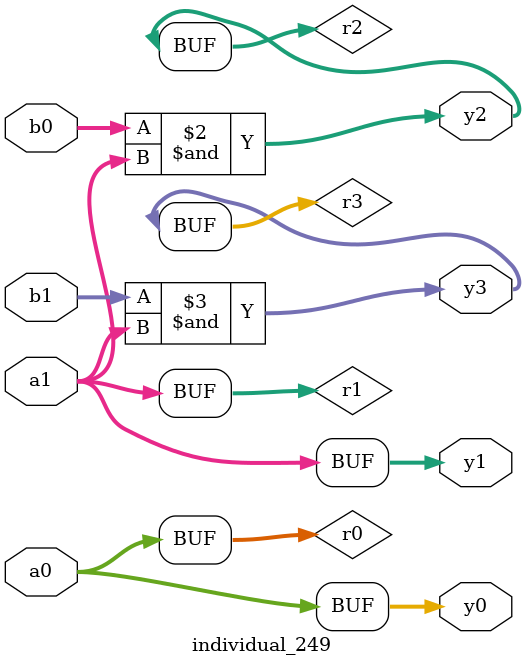
<source format=sv>
module individual_249(input logic [15:0] a1, input logic [15:0] a0, input logic [15:0] b1, input logic [15:0] b0, output logic [15:0] y3, output logic [15:0] y2, output logic [15:0] y1, output logic [15:0] y0);
logic [15:0] r0, r1, r2, r3; 
 always@(*) begin 
	 r0 = a0; r1 = a1; r2 = b0; r3 = b1; 
 	 r2  &=  a1 ;
 	 r3  &=  r1 ;
 	 y3 = r3; y2 = r2; y1 = r1; y0 = r0; 
end
endmodule
</source>
